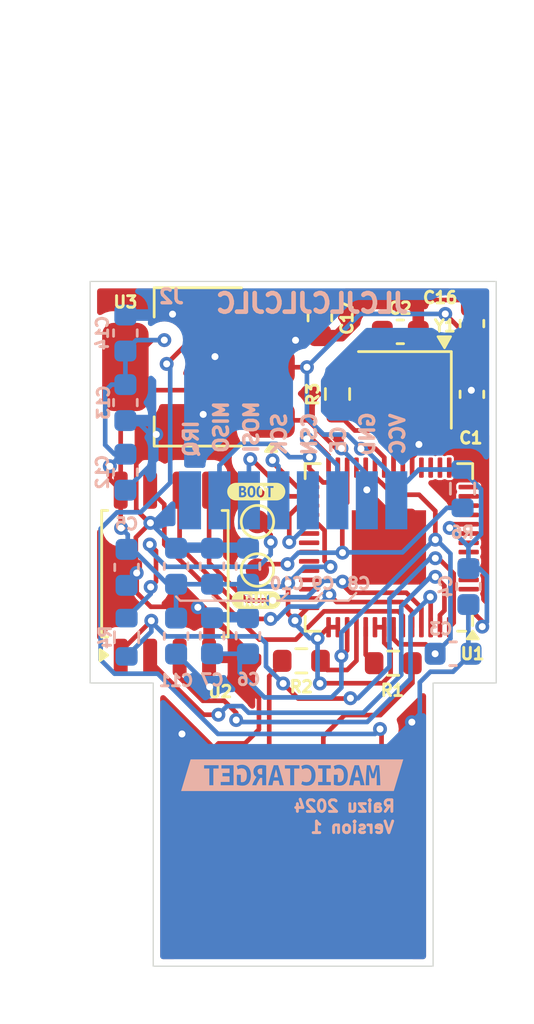
<source format=kicad_pcb>
(kicad_pcb (version 20240108) (generator "pcbnew") (generator_version "8.0")
  (layers (0 "F.Cu" signal) (31 "B.Cu" signal) (34 "B.Paste" user) (35 "F.Paste" user) (36 "B.SilkS" user "B.Silkscreen") (37 "F.SilkS" user "F.Silkscreen") (38 "B.Mask" user) (39 "F.Mask" user) (44 "Edge.Cuts" user))
  (net 0 "")
  (net 1 "GND")
  (net 2 "/XIN")
  (net 3 "Net-(C2-Pad2)")
  (net 4 "+1V1")
  (net 5 "+3V3")
  (net 6 "VBUS")
  (net 7 "/USB_D-")
  (net 8 "/RUN")
  (net 9 "/USB_D+")
  (net 10 "/~{USB_BOOT}")
  (net 11 "/RF_CE")
  (net 12 "/RF_SCK")
  (net 13 "/RF_MOSI")
  (net 14 "/RF_CSN")
  (net 15 "/RF_MISO")
  (net 16 "/RF_IRQ")
  (net 17 "Net-(U1-USB_DP)")
  (net 18 "Net-(U1-USB_DM)")
  (net 19 "/XOUT")
  (net 20 "/QSPI_SS")
  (net 21 "/SWCLK")
  (net 22 "/SWD")
  (net 25 "/QSPI_SD1")
  (net 33 "/QSPI_SD2")
  (net 34 "/QSPI_SCLK")
  (net 40 "/QSPI_SD3")
  (net 41 "/QSPI_SD0")
  (net 42 "/I2C_SCL")
  (net 52 "/I2C_SDA")
  (footprint "Resistor_SMD:R_0603_1608Metric" (layer "F.Cu") (at 125.5242 147.765 -90)
    (property "Reference" "R3")
    (property "Value" "1K")
  )
  (footprint "Capacitor_SMD:C_0603_1608Metric" (layer "F.Cu") (at 124.7648 144.4752 -90)
    (property "Reference" "C17")
    (property "Value" "10uF")
  )
  (footprint "kibuzzard-66566A5E" (layer "F.Cu") (at 122.0216 156.6418)
    (property "Reference" "kibuzzard-66566A5E" (hide yes))
    (property "Value" "G***" (hide yes))
  )
  (footprint "Package_SO:SOIC-8_5.23x5.23mm_P1.27mm" (layer "F.Cu") (at 118.0846 155.5056 90)
    (property "Reference" "U2")
    (property "Value" "W25Q128JVS")
  )
  (footprint "Capacitor_SMD:C_0603_1608Metric" (layer "F.Cu") (at 131.318 144.7292 90)
    (property "Reference" "C16")
    (property "Value" "10uF")
  )
  (footprint "Capacitor_SMD:C_0603_1608Metric" (layer "F.Cu") (at 128.2296 145.0848 180)
    (property "Reference" "C2")
    (property "Value" "27pF")
  )
  (footprint "TestPoint:TestPoint_Pad_D1.0mm" (layer "F.Cu") (at 122.0724 153.2636)
    (property "Reference" "TP4" (hide yes))
    (property "Value" "TestPoint")
  )
  (footprint "Package_DFN_QFN:QFN-56-1EP_7x7mm_P0.4mm_EP3.2x3.2mm" (layer "F.Cu") (at 127.7385 154.372 180)
    (property "Reference" "U1")
    (property "Value" "RP2040")
  )
  (footprint "TestPoint:TestPoint_Pad_D1.0mm" (layer "F.Cu") (at 122.0724 155.3464)
    (property "Reference" "TP3" (hide yes))
    (property "Value" "TestPoint")
  )
  (footprint "Package_TO_SOT_SMD:SOT-223-3_TabPin2" (layer "F.Cu") (at 119.5324 146.5967 180)
    (property "Reference" "U3")
    (property "Value" "NCP1117-3.3_SOT223")
  )
  (footprint "Resistor_SMD:R_0603_1608Metric" (layer "F.Cu") (at 127.9266 159.3596)
    (property "Reference" "R1")
    (property "Value" "27")
  )
  (footprint "Resistor_SMD:R_0603_1608Metric" (layer "F.Cu") (at 123.9652 159.258)
    (property "Reference" "R2")
    (property "Value" "27")
  )
  (footprint "kibuzzard-66566A83" (layer "F.Cu") (at 122.0216 151.9682)
    (property "Reference" "kibuzzard-66566A83" (hide yes))
    (property "Value" "G***" (hide yes))
  )
  (footprint "Crystal:Crystal_SMD_3225-4Pin_3.2x2.5mm" (layer "F.Cu") (at 128.4276 147.5858 180)
    (property "Reference" "Y1")
    (property "Value" "Crystal_GND24")
  )
  (footprint "Capacitor_SMD:C_0603_1608Metric" (layer "F.Cu") (at 131.3154 147.7772 -90)
    (property "Reference" "C1")
    (property "Value" "27pF")
  )
  (footprint "Raizu:USB_EDGE" (layer "F.Cu") (at 123.7114 167.063)
    (property "Reference" "J3" (hide yes))
    (property "Value" "USB_A" (hide yes))
  )
  (footprint "Capacitor_SMD:C_0603_1608Metric" (layer "B.Cu") (at 118.5672 155.1816 90)
    (property "Reference" "C10")
    (property "Value" "100nF")
  )
  (footprint "Capacitor_SMD:C_0603_1608Metric" (layer "B.Cu") (at 116.3828 148.1328 -90)
    (property "Reference" "C13")
    (property "Value" "100nF")
  )
  (footprint "Capacitor_SMD:C_0603_1608Metric" (layer "B.Cu") (at 121.666 158.1788 -90)
    (property "Reference" "C6")
    (property "Value" "100nF")
  )
  (footprint "Capacitor_SMD:C_0603_1608Metric" (layer "B.Cu") (at 131.1656 156.0576 90)
    (property "Reference" "C4")
    (property "Value" "1uF")
  )
  (footprint "Capacitor_SMD:C_0603_1608Metric" (layer "B.Cu") (at 130.5052 158.9532)
    (property "Reference" "C3")
    (property "Value" "1uF")
  )
  (footprint "Capacitor_SMD:C_0603_1608Metric" (layer "B.Cu") (at 116.3824 145.1356 90)
    (property "Reference" "C14")
    (property "Value" "100nF")
  )
  (footprint "Capacitor_SMD:C_0603_1608Metric" (layer "B.Cu") (at 118.5672 158.1918 -90)
    (property "Reference" "C11")
    (property "Value" "100nF")
  )
  (footprint "Raizu:NRF24L01-SMD" (layer "B.Cu") (at 123.3264 143.067 180)
    (property "Reference" "J2")
    (property "Value" "Conn_02x04_Odd_Even")
  )
  (footprint "Capacitor_SMD:C_0603_1608Metric" (layer "B.Cu") (at 120.1166 158.1788 90)
    (property "Reference" "C7")
    (property "Value" "100nF")
  )
  (footprint "Resistor_SMD:R_0603_1608Metric" (layer "B.Cu") (at 116.4336 158.242 -90)
    (property "Reference" "R4")
    (property "Value" "1K")
  )
  (footprint "kibuzzard-665666A1" (layer "B.Cu") (at 123.571 164.1856 180)
    (property "Reference" "kibuzzard-665666A1" (hide yes))
    (property "Value" "G***" (hide yes))
  )
  (footprint "Capacitor_SMD:C_0603_1608Metric" (layer "B.Cu") (at 121.666 155.1816 90)
    (property "Reference" "C8")
    (property "Value" "100nF")
  )
  (footprint "Resistor_SMD:R_0603_1608Metric" (layer "B.Cu") (at 130.9116 151.8412 -90)
    (property "Reference" "R6")
    (property "Value" "10K")
  )
  (footprint "Capacitor_SMD:C_0603_1608Metric" (layer "B.Cu") (at 116.4336 155.2318 -90)
    (property "Reference" "C5")
    (property "Value" "100nF")
  )
  (footprint "Capacitor_SMD:C_0603_1608Metric" (layer "B.Cu") (at 116.3824 151.13 -90)
    (property "Reference" "C12")
    (property "Value" "100nF")
  )
  (footprint "Capacitor_SMD:C_0603_1608Metric" (layer "B.Cu") (at 120.1166 155.1816 90)
    (property "Reference" "C9")
    (property "Value" "100nF")
  )
  (gr_line (start 120.142 156.4894) (end 120.3198 156.6672) (stroke (width 0.1)) (layer "B.SilkS"))
  (gr_line (start 118.745 156.6672) (end 118.8212 156.6672) (stroke (width 0.1)) (layer "B.SilkS"))
  (gr_line (start 124.8664 156.337) (end 124.5362 156.6672) (stroke (width 0.1)) (layer "B.SilkS"))
  (gr_line (start 125.9967 156.6672) (end 126.3269 156.337) (stroke (width 0.1)) (layer "B.SilkS"))
  (gr_line (start 118.5672 156.4894) (end 118.745 156.6672) (stroke (width 0.1)) (layer "B.SilkS"))
  (gr_line (start 118.7704 156.6672) (end 125.984 156.6672) (stroke (width 0.1)) (layer "B.SilkS"))
  (gr_line (start 123.3932 156.337) (end 123.0376 156.6672) (stroke (width 0.1)) (layer "B.SilkS"))
  (gr_line (start 121.6914 156.464) (end 121.8946 156.6672) (stroke (width 0.1)) (layer "B.SilkS"))
  (gr_poly (pts (xy 129.8448 145.288) (xy 130.135829 145.779437) (xy 130.4036 145.288)) (stroke (width 0.1)) (fill solid) (layer "F.SilkS"))
  (gr_line (start 117.5811 160.2125) (end 114.8616 160.2125) (stroke (width 0.05)) (layer "Edge.Cuts"))
  (gr_line (start 132.3612 142.9125) (end 114.8616 142.9125) (stroke (width 0.05)) (layer "Edge.Cuts"))
  (gr_line (start 117.5811 172.4125) (end 129.6417 172.4125) (stroke (width 0.05)) (layer "Edge.Cuts"))
  (gr_line (start 132.3612 160.2125) (end 132.3612 142.9125) (stroke (width 0.05)) (layer "Edge.Cuts"))
  (gr_line (start 117.5811 172.4125) (end 117.5811 160.2125) (stroke (width 0.05)) (layer "Edge.Cuts"))
  (gr_line (start 114.8616 160.2125) (end 114.8616 142.9125) (stroke (width 0.05)) (layer "Edge.Cuts"))
  (gr_line (start 129.6417 160.2125) (end 129.6417 172.4125) (stroke (width 0.05)) (layer "Edge.Cuts"))
  (gr_line (start 129.6417 160.2125) (end 132.3612 160.2125) (stroke (width 0.05)) (layer "Edge.Cuts"))
  (gr_text "Version 1" (at 124.29667 166.7256 -0) (layer "B.SilkS") (effects (font (size 0.5 0.5) (thickness 0.125) (bold yes)) (justify right bottom mirror)))
  (gr_text "JLCJLCJLCJLC" (at 128.6764 144.3228 0) (layer "B.SilkS") (effects (font (size 0.8 0.8) (thickness 0.2) (bold yes)) (justify left bottom mirror)))
  (gr_text "Raizu 2024" (at 128.0668 165.8112 -0) (layer "B.SilkS") (effects (font (size 0.5 0.5) (thickness 0.125) (bold yes)) (justify left bottom mirror)))
  (segment (start 117.478559 156.9308) (end 116.869262 156.321503) (width 0.2) (layer "F.Cu") (net 1))
  (segment (start 116.8496 150.7648) (end 116.8496 152.746152) (width 0.2) (layer "F.Cu") (net 1))
  (segment (start 124.7648 145.2502) (end 125.3106 145.2502) (width 0.2) (layer "F.Cu") (net 1))
  (segment (start 131.290509 147.6022) (end 131.290509 147.027091) (width 0.2) (layer "F.Cu") (net 1))
  (segment (start 119.8014 163.4086) (end 120.396 162.814) (width 0.2) (layer "F.Cu") (net 1))
  (segment (start 129.1276 148.4358) (end 129.5276 148.4358) (width 0.2) (layer "F.Cu") (net 1))
  (segment (start 128.3208 143.7132) (end 131.077 143.7132) (width 0.2) (layer "F.Cu") (net 1))
  (segment (start 129.0046 144.397) (end 128.3208 143.7132) (width 0.2) (layer "F.Cu") (net 1))
  (segment (start 121.644 160.379) (end 120.015 160.379) (width 0.2) (layer "F.Cu") (net 1))
  (segment (start 124.2587 148.8967) (end 122.6824 148.8967) (width 0.2) (layer "F.Cu") (net 1))
  (segment (start 119.8014 167.513) (end 119.8014 163.3878) (width 0.2) (layer "F.Cu") (net 1))
  (segment (start 122.139 160.874) (end 121.644 160.379) (width 0.2) (layer "F.Cu") (net 1))
  (segment (start 129.5276 148.4358) (end 129.8818 148.4358) (width 0.2) (layer "F.Cu") (net 1))
  (segment (start 116.8496 152.746152) (end 117.417848 153.3144) (width 0.2) (layer "F.Cu") (net 1))
  (segment (start 119.9915 148.8967) (end 119.7356 148.6408) (width 0.2) (layer "F.Cu") (net 1))
  (segment (start 127.7385 152.8441) (end 126.7864 151.892) (width 0.2) (layer "F.Cu") (net 1))
  (segment (start 120.015 159.131) (end 119.9896 159.1056) (width 0.2) (layer "F.Cu") (net 1))
  (segment (start 125.471478 150.109478) (end 124.2587 148.8967) (width 0.2) (layer "F.Cu") (net 1))
  (segment (start 126.8476 143.7132) (end 128.3208 143.7132) (width 0.2) (layer "F.Cu") (net 1))
  (segment (start 119.8014 167.513) (end 119.8014 163.4086) (width 0.2) (layer "F.Cu") (net 1))
  (segment (start 120.015 160.379) (end 120.015 159.131) (width 0.2) (layer "F.Cu") (net 1))
  (segment (start 131.3154 146.725296) (end 131.3154 147.0022) (width 0.2) (layer "F.Cu") (net 1))
  (segment (start 129.032 149.9358) (end 129.032 150.2035) (width 0.2) (layer "F.Cu") (net 1))
  (segment (start 129.0046 145.0848) (end 129.0046 144.397) (width 0.2) (layer "F.Cu") (net 1))
  (segment (start 122.139 162.214) (end 122.139 160.874) (width 0.2) (layer "F.Cu") (net 1))
  (segment (start 129.032 150.2035) (end 128.7385 150.497) (width 0.2) (layer "F.Cu") (net 1))
  (segment (start 119.9896 159.1056) (end 119.9896 157.4546) (width 0.2) (layer "F.Cu") (net 1))
  (segment (start 124.7648 145.2502) (end 123.910887 145.2502) (width 0.2) (layer "F.Cu") (net 1))
  (segment (start 121.539 162.814) (end 122.139 162.214) (width 0.2) (layer "F.Cu") (net 1))
  (segment (start 125.3106 145.2502) (end 126.8476 143.7132) (width 0.2) (layer "F.Cu") (net 1))
  (segment (start 120.396 162.814) (end 121.539 162.814) (width 0.2) (layer "F.Cu") (net 1))
  (segment (start 116.869262 155.472973) (end 116.832035 155.435746) (width 0.2) (layer "F.Cu") (net 1))
  (segment (start 129.8818 148.4358) (end 131.3154 147.0022) (width 0.2) (layer "F.Cu") (net 1))
  (segment (start 122.6824 148.8967) (end 119.9915 148.8967) (width 0.2) (layer "F.Cu") (net 1))
  (segment (start 127.3276 146.7358) (end 127.4276 146.7358) (width 0.2) (layer "F.Cu") (net 1))
  (segment (start 131.077 143.7132) (end 131.318 143.9542) (width 0.2) (layer "F.Cu") (net 1))
  (segment (start 128.7385 150.497) (end 128.7385 150.9345) (width 0.2) (layer "F.Cu") (net 1))
  (segment (start 117.7132 149.5044) (end 117.7132 149.9012) (width 0.2) (layer "F.Cu") (net 1))
  (segment (start 119.9896 157.4546) (end 119.4658 156.9308) (width 0.2) (layer "F.Cu") (net 1))
  (segment (start 116.832035 153.941565) (end 117.4592 153.3144) (width 0.2) (layer "F.Cu") (net 1))
  (segment (start 131.290509 147.027091) (end 131.3154 147.0022) (width 0.2) (layer "F.Cu") (net 1))
  (segment (start 129.674904 145.0848) (end 131.3154 146.725296) (width 0.2) (layer "F.Cu") (net 1))
  (segment (start 127.7385 154.372) (end 127.7385 152.8441) (width 0.2) (layer "F.Cu") (net 1))
  (segment (start 123.910887 145.2502) (end 123.714388 145.446699) (width 0.2) (layer "F.Cu") (net 1))
  (segment (start 117.7132 149.9012) (end 116.8496 150.7648) (width 0.2) (layer "F.Cu") (net 1))
  (segment (start 116.832035 155.435746) (end 116.832035 153.941565) (width 0.2) (layer "F.Cu") (net 1))
  (segment (start 117.417848 153.3144) (end 117.4592 153.3144) (width 0.2) (layer "F.Cu") (net 1))
  (segment (start 129.0046 145.0848) (end 129.674904 145.0848) (width 0.2) (layer "F.Cu") (net 1))
  (segment (start 116.869262 156.321503) (end 116.869262 155.472973) (width 0.2) (layer "F.Cu") (net 1))
  (segment (start 127.4276 146.7358) (end 129.1276 148.4358) (width 0.2) (layer "F.Cu") (net 1))
  (segment (start 125.695015 150.109478) (end 125.471478 150.109478) (width 0.2) (layer "F.Cu") (net 1))
  (segment (start 119.4658 156.9308) (end 117.478559 156.9308) (width 0.2) (layer "F.Cu") (net 1))
  (segment (start 119.8014 163.3878) (end 118.8212 162.4076) (width 0.2) (layer "F.Cu") (net 1))
  (via (at 120.015 160.379) (size 0.6) (drill 0.3) (layers "F.Cu" "B.Cu") (net 1))
  (via (at 118.4148 144.3228) (size 0.6) (drill 0.3) (layers "F.Cu" "B.Cu") (net 1))
  (via (at 117.7132 149.5044) (size 0.6) (drill 0.3) (layers "F.Cu" "B.Cu") (net 1))
  (via (at 117.4592 153.3144) (size 0.6) (drill 0.3) (layers "F.Cu" "B.Cu") (net 1))
  (via (at 116.869262 155.472973) (size 0.6) (drill 0.3) (layers "F.Cu" "B.Cu") (net 1))
  (via (at 119.505565 156.952272) (size 0.6) (drill 0.3) (layers "F.Cu" "B.Cu") (net 1))
  (via (at 123.714388 145.446699) (size 0.6) (drill 0.3) (layers "F.Cu" "B.Cu") (net 1))
  (via (at 118.8212 162.4076) (size 0.6) (drill 0.3) (layers "F.Cu" "B.Cu") (net 1))
  (via (at 126.7864 151.892) (size 0.6) (drill 0.3) (layers "F.Cu" "B.Cu") (net 1))
  (via (at 129.032 149.9358) (size 0.6) (drill 0.3) (layers "F.Cu" "B.Cu") (net 1))
  (via (at 125.695015 150.109478) (size 0.6) (drill 0.3) (layers "F.Cu" "B.Cu") (net 1))
  (via (at 119.7356 148.6408) (size 0.6) (drill 0.3) (layers "F.Cu" "B.Cu") (net 1))
  (via (at 120.2436 146.1516) (size 0.6) (drill 0.3) (layers "F.Cu" "B.Cu") (net 1))
  (via (at 128.7272 161.8996) (size 0.6) (drill 0.3) (layers "F.Cu" "B.Cu") (net 1))
  (via (at 131.290509 147.6022) (size 0.6) (drill 0.3) (layers "F.Cu" "B.Cu") (net 1))
  (segment (start 116.869262 155.472973) (end 116.869262 155.571138) (width 0.2) (layer "B.Cu") (net 1))
  (segment (start 125.695015 150.109478) (end 125.695015 150.130691) (width 0.2) (layer "B.Cu") (net 1))
  (segment (start 126.715342 151.151018) (end 126.715342 151.963058) (width 0.2) (layer "B.Cu") (net 1))
  (segment (start 116.853 148.9078) (end 116.3828 148.9078) (width 0.2) (layer "B.Cu") (net 1))
  (segment (start 117.4496 149.5044) (end 116.853 148.9078) (width 0.2) (layer "B.Cu") (net 1))
  (segment (start 118.5672 158.9668) (end 118.6028 158.9668) (width 0.2) (layer "B.Cu") (net 1))
  (segment (start 131.1612 156.837) (end 131.1656 156.8326) (width 0.2) (layer "B.Cu") (net 1))
  (segment (start 121.666 154.4066) (end 118.5672 154.4066) (width 0.2) (layer "B.Cu") (net 1))
  (segment (start 118.4148 144.3228) (end 118.377 144.3606) (width 0.2) (layer "B.Cu") (net 1))
  (segment (start 118.5672 154.4066) (end 118.5514 154.4066) (width 0.2) (layer "B.Cu") (net 1))
  (segment (start 131.2802 158.9532) (end 130.5052 159.7282) (width 0.2) (layer "B.Cu") (net 1))
  (segment (start 119.3546 162.941) (end 118.8212 162.4076) (width 0.2) (layer "B.Cu") (net 1))
  (segment (start 127.6858 162.941) (end 119.3546 162.941) (width 0.2) (layer "B.Cu") (net 1))
  (segment (start 118.5672 158.9668) (end 118.5808 158.9668) (width 0.2) (layer "B.Cu") (net 1))
  (segment (start 118.6028 158.9668) (end 120.015 160.379) (width 0.2) (layer "B.Cu") (net 1))
  (segment (start 117.7132 150.5742) (end 116.3824 151.905) (width 0.2) (layer "B.Cu") (net 1))
  (segment (start 131.1612 158.8342) (end 131.1612 156.837) (width 0.2) (layer "B.Cu") (net 1))
  (segment (start 117.7132 149.5044) (end 117.4496 149.5044) (width 0.2) (layer "B.Cu") (net 1))
  (segment (start 117.4592 153.3144) (end 117.4592 153.425) (width 0.2) (layer "B.Cu") (net 1))
  (segment (start 121.666 157.4038) (end 120.1166 157.4038) (width 0.2) (layer "B.Cu") (net 1))
  (segment (start 117.7132 149.5044) (end 117.7132 150.5742) (width 0.2) (layer "B.Cu") (net 1))
  (segment (start 125.695015 150.130691) (end 126.715342 151.151018) (width 0.2) (layer "B.Cu") (net 1))
  (segment (start 129.07 161.5568) (end 127.6858 162.941) (width 0.2) (layer "B.Cu") (net 1))
  (segment (start 129.07 160.1852) (end 129.07 161.5568) (width 0.2) (layer "B.Cu") (net 1))
  (segment (start 129.527 159.7282) (end 129.07 160.1852) (width 0.2) (layer "B.Cu") (net 1))
  (segment (start 119.957093 157.4038) (end 119.505565 156.952272) (width 0.2) (layer "B.Cu") (net 1))
  (segment (start 119.997962 157.648838) (end 120.1166 157.5302) (width 0.2) (layer "B.Cu") (net 1))
  (segment (start 120.1166 157.4038) (end 119.957093 157.4038) (width 0.2) (layer "B.Cu") (net 1))
  (segment (start 131.290509 147.677291) (end 131.290509 147.6022) (width 0.2) (layer "B.Cu") (net 1))
  (segment (start 130.5052 159.7282) (end 129.527 159.7282) (width 0.2) (layer "B.Cu") (net 1))
  (segment (start 131.2802 158.9532) (end 131.1612 158.8342) (width 0.2) (layer "B.Cu") (net 1))
  (segment (start 118.377 144.3606) (end 116.3824 144.3606) (width 0.2) (layer "B.Cu") (net 1))
  (segment (start 118.5514 154.4066) (end 117.4592 153.3144) (width 0.2) (layer "B.Cu") (net 1))
  (segment (start 118.5808 158.9668) (end 118.618 159.004) (width 0.2) (layer "B.Cu") (net 1))
  (segment (start 129.032 149.9358) (end 131.290509 147.677291) (width 0.2) (layer "B.Cu") (net 1))
  (segment (start 116.869262 155.571138) (end 116.4336 156.0068) (width 0.2) (layer "B.Cu") (net 1))
  (segment (start 127.3276 148.961514) (end 127.3276 148.4358) (width 0.2) (layer "F.Cu") (net 2))
  (segment (start 128.3385 149.972414) (end 127.3276 148.961514) (width 0.2) (layer "F.Cu") (net 2))
  (segment (start 128.3385 150.9345) (end 128.3385 149.972414) (width 0.2) (layer "F.Cu") (net 2))
  (segment (start 131.3154 148.5522) (end 130.5318 149.3358) (width 0.2) (layer "F.Cu") (net 2))
  (segment (start 127.701886 149.3358) (end 127.3276 148.961514) (width 0.2) (layer "F.Cu") (net 2))
  (segment (start 130.5318 149.3358) (end 127.701886 149.3358) (width 0.2) (layer "F.Cu") (net 2))
  (segment (start 129.1056 146.7358) (end 129.5276 146.7358) (width 0.2) (layer "F.Cu") (net 3))
  (segment (start 127.0508 145.0848) (end 127.4546 145.0848) (width 0.2) (layer "F.Cu") (net 3))
  (segment (start 125.5242 146.94) (end 125.5242 146.6114) (width 0.2) (layer "F.Cu") (net 3))
  (segment (start 125.5242 146.6114) (end 127.0508 145.0848) (width 0.2) (layer "F.Cu") (net 3))
  (segment (start 127.4546 145.0848) (end 129.1056 146.7358) (width 0.2) (layer "F.Cu") (net 3))
  (segment (start 129.0384 152.1016) (end 127.9208 152.1016) (width 0.2) (layer "F.Cu") (net 4))
  (segment (start 127.9385 158.3169) (end 128.1684 158.5468) (width 0.2) (layer "F.Cu") (net 4))
  (segment (start 129.3238 158.5468) (end 129.7302 158.9532) (width 0.2) (layer "F.Cu") (net 4))
  (segment (start 129.738502 152.801702) (end 129.0384 152.1016) (width 0.2) (layer "F.Cu") (net 4))
  (segment (start 127.9385 157.8095) (end 127.9385 158.3169) (width 0.2) (layer "F.Cu") (net 4))
  (segment (start 127.9208 152.1016) (end 127.3912 151.572) (width 0.2) (layer "F.Cu") (net 4))
  (segment (start 127.1385 151.32694) (end 127.1385 150.9345) (width 0.2) (layer "F.Cu") (net 4))
  (segment (start 125.6902 159.0518) (end 125.9385 158.8035) (width 0.2) (layer "F.Cu") (net 4))
  (segment (start 129.738502 154.038397) (end 129.738502 152.801702) (width 0.2) (layer "F.Cu") (net 4))
  (segment (start 125.9385 158.8035) (end 125.9385 157.8095) (width 0.2) (layer "F.Cu") (net 4))
  (segment (start 127.38356 151.572) (end 127.1385 151.32694) (width 0.2) (layer "F.Cu") (net 4))
  (segment (start 127.3912 151.572) (end 127.38356 151.572) (width 0.2) (layer "F.Cu") (net 4))
  (segment (start 128.1684 158.5468) (end 129.3238 158.5468) (width 0.2) (layer "F.Cu") (net 4))
  (via (at 129.738502 154.038397) (size 0.6) (drill 0.3) (layers "F.Cu" "B.Cu") (net 4))
  (via (at 129.7302 158.9532) (size 0.6) (drill 0.3) (layers "F.Cu" "B.Cu") (net 4))
  (via (at 125.6902 159.0518) (size 0.6) (drill 0.3) (layers "F.Cu" "B.Cu") (net 4))
  (segment (start 120.1166 158.9538) (end 121.666 158.9538) (width 0.2) (layer "B.Cu") (net 4))
  (segment (start 125.6902 159.0518) (end 125.6902 158.038173) (width 0.2) (layer "B.Cu") (net 4))
  (segment (start 125.6902 159.0518) (end 125.6902 160.409929) (width 0.2) (layer "B.Cu") (net 4))
  (segment (start 130.3906 154.641969) (end 129.787028 154.038397) (width 0.2) (layer "B.Cu") (net 4))
  (segment (start 125.6902 160.409929) (end 125.267329 160.8328) (width 0.2) (layer "B.Cu") (net 4))
  (segment (start 122.3772 160.8328) (end 121.3104 159.766) (width 0.2) (layer "B.Cu") (net 4))
  (segment (start 129.744194 153.847739) (end 129.738502 153.853431) (width 0.2) (layer "B.Cu") (net 4))
  (segment (start 121.3104 159.766) (end 121.3104 158.877) (width 0.2) (layer "B.Cu") (net 4))
  (segment (start 130.3906 158.2928) (end 130.3906 154.641969) (width 0.2) (layer "B.Cu") (net 4))
  (segment (start 129.787028 154.038397) (end 129.738502 154.038397) (width 0.2) (layer "B.Cu") (net 4))
  (segment (start 125.267329 160.8328) (end 122.3772 160.8328) (width 0.2) (layer "B.Cu") (net 4))
  (segment (start 129.738502 153.853431) (end 129.738502 154.038397) (width 0.2) (layer "B.Cu") (net 4))
  (segment (start 129.7302 158.9532) (end 130.3906 158.2928) (width 0.2) (layer "B.Cu") (net 4))
  (segment (start 129.689976 154.038397) (end 129.738502 154.038397) (width 0.2) (layer "B.Cu") (net 4))
  (segment (start 125.6902 158.038173) (end 129.689976 154.038397) (width 0.2) (layer "B.Cu") (net 4))
  (segment (start 117.3824 147.5967) (end 121.6824 147.5967) (width 0.2) (layer "F.Cu") (net 5))
  (segment (start 124.69344 153.372) (end 124.301 153.372) (width 0.2) (layer "F.Cu") (net 5))
  (segment (start 127.4064 157.8095) (end 127.5385 157.8095) (width 0.2) (layer "F.Cu") (net 5))
  (segment (start 124.664427 158.283) (end 124.665 158.283) (width 0.2) (layer "F.Cu") (net 5))
  (segment (start 127.8128 158.756886) (end 127.5385 158.482586) (width 0.2) (layer "F.Cu") (net 5))
  (segment (start 115.7116 151.4376) (end 116.1796 151.9056) (width 0.2) (layer "F.Cu") (net 5))
  (segment (start 127.1385 157.8095) (end 127.4064 157.8095) (width 0.2) (layer "F.Cu") (net 5))
  (segment (start 122.6945 146.6088) (end 122.6824 146.5967) (width 0.2) (layer "F.Cu") (net 5))
  (segment (start 127.5385 158.482586) (end 127.5385 157.8095) (width 0.2) (layer "F.Cu") (net 5))
  (segment (start 130.357838 153.53201) (end 130.517848 153.372) (width 0.2) (layer "F.Cu") (net 5))
  (segment (start 116.1796 151.9056) (end 116.1796 147.2688) (width 0.2) (layer "F.Cu") (net 5))
  (segment (start 127.5385 150.9345) (end 127.5385 150.497) (width 0.2) (layer "F.Cu") (net 5))
  (segment (start 127.8128 159.8676) (end 127.8128 158.756886) (width 0.2) (layer "F.Cu") (net 5))
  (segment (start 127.161325 150.119825) (end 126.532678 150.119825) (width 0.2) (layer "F.Cu") (net 5))
  (segment (start 125.222 155.21) (end 124.968 154.956) (width 0.2) (layer "F.Cu") (net 5))
  (segment (start 124.206 146.6088) (end 122.6945 146.6088) (width 0.2) (layer "F.Cu") (net 5))
  (segment (start 131.318 145.5042) (end 131.318 145.463735) (width 0.2) (layer "F.Cu") (net 5))
  (segment (start 131.7612 157.7848) (end 131.7612 157.5572) (width 0.2) (layer "F.Cu") (net 5))
  (segment (start 124.665 158.283) (end 125.1385 157.8095) (width 0.2) (layer "F.Cu") (net 5))
  (segment (start 116.197465 153.535465) (end 116.1796 153.5176) (width 0.2) (layer "F.Cu") (net 5))
  (segment (start 123.692055 157.524855) (end 124.24491 156.972) (width 0.2) (layer "F.Cu") (net 5))
  (segment (start 125.5385 157.8095) (end 125.1385 157.8095) (width 0.2) (layer "F.Cu") (net 5))
  (segment (start 116.1796 153.5176) (end 116.1796 151.9056) (width 0.2) (layer "F.Cu") (net 5))
  (segment (start 121.6824 147.5967) (end 122.6824 146.5967) (width 0.2) (layer "F.Cu") (net 5))
  (segment (start 116.3824 146.5967) (end 117.5387 145.4404) (width 0.2) (layer "F.Cu") (net 5))
  (segment (start 131.318 145.463735) (end 130.167465 144.3132) (width 0.2) (layer "F.Cu") (net 5))
  (segment (start 123.393367 155.9148) (end 123.393367 157.226167) (width 0.2) (layer "F.Cu") (net 5))
  (segment (start 131.7612 157.5572) (end 131.176 156.972) (width 0.2) (layer "F.Cu") (net 5))
  (segment (start 124.7746 160.2232) (end 127.4572 160.2232) (width 0.2) (layer "F.Cu") (net 5))
  (segment (start 115.7116 150.876) (end 115.7116 151.4376) (width 0.2) (layer "F.Cu") (net 5))
  (segment (start 127.5385 150.497) (end 127.161325 150.119825) (width 0.2) (layer "F.Cu") (net 5))
  (segment (start 124.968 153.64656) (end 124.69344 153.372) (width 0.2) (layer "F.Cu") (net 5))
  (segment (start 122.6824 147.066) (end 122.6824 146.9132) (width 0.2) (layer "F.Cu") (net 5))
  (segment (start 124.7648 160.233) (end 124.7746 160.2232) (width 0.2) (layer "F.Cu") (net 5))
  (segment (start 124.968 154.956) (end 124.968 153.64656) (width 0.2) (layer "F.Cu") (net 5))
  (segment (start 116.3824 146.5967) (end 117.3824 147.5967) (width 0.2) (layer "F.Cu") (net 5))
  (segment (start 117.5387 145.4404) (end 118.0592 145.4404) (width 0.2) (layer "F.Cu") (net 5))
  (segment (start 130.517848 153.372) (end 131.176 153.372) (width 0.2) (layer "F.Cu") (net 5))
  (segment (start 127.4572 160.2232) (end 127.8128 159.8676) (width 0.2) (layer "F.Cu") (net 5))
  (segment (start 124.24491 156.972) (end 124.301 156.972) (width 0.2) (layer "F.Cu") (net 5))
  (segment (start 116.1796 147.2688) (end 116.3824 147.066) (width 0.2) (layer "F.Cu") (net 5))
  (segment (start 123.393367 157.226167) (end 123.692055 157.524855) (width 0.2) (layer "F.Cu") (net 5))
  (via (at 126.532678 150.119825) (size 0.6) (drill 0.3) (layers "F.Cu" "B.Cu") (net 5))
  (via (at 116.197465 153.535465) (size 0.6) (drill 0.3) (layers "F.Cu" "B.Cu") (net 5))
  (via (at 123.393367 155.9148) (size 0.6) (drill 0.3) (layers "F.Cu" "B.Cu") (net 5))
  (via (at 130.167465 144.3132) (size 0.6) (drill 0.3) (layers "F.Cu" "B.Cu") (net 5))
  (via (at 118.0592 145.4404) (size 0.6) (drill 0.3) (layers "F.Cu" "B.Cu") (net 5))
  (via (at 115.7116 150.876) (size 0.6) (drill 0.3) (layers "F.Cu" "B.Cu") (net 5))
  (via (at 131.7612 157.7848) (size 0.6) (drill 0.3) (layers "F.Cu" "B.Cu") (net 5))
  (via (at 124.7648 160.233) (size 0.6) (drill 0.3) (layers "F.Cu" "B.Cu") (net 5))
  (via (at 124.664427 158.283) (size 0.6) (drill 0.3) (layers "F.Cu" "B.Cu") (net 5))
  (via (at 130.357838 153.53201) (size 0.6) (drill 0.3) (layers "F.Cu" "B.Cu") (net 5))
  (via (at 123.692055 157.524855) (size 0.6) (drill 0.3) (layers "F.Cu" "B.Cu") (net 5))
  (via (at 124.206 146.6088) (size 0.6) (drill 0.3) (layers "F.Cu" "B.Cu") (net 5))
  (via (at 125.222 155.21) (size 0.6) (drill 0.3) (layers "F.Cu" "B.Cu") (net 5))
  (segment (start 118.201418 155.9566) (end 116.701618 154.4568) (width 0.2) (layer "B.Cu") (net 5))
  (segment (start 125.222 155.21) (end 124.098167 155.21) (width 0.2) (layer "B.Cu") (net 5))
  (segment (start 116.3828 147.3578) (end 116.3828 145.911) (width 0.2) (layer "B.Cu") (net 5))
  (segment (start 124.206 148.7932) (end 124.206 146.6088) (width 0.2) (layer "B.Cu") (net 5))
  (segment (start 118.0592 145.4404) (end 116.8526 145.4404) (width 0.2) (layer "B.Cu") (net 5))
  (segment (start 116.3828 145.911) (end 116.3824 145.9106) (width 0.2) (layer "B.Cu") (net 5))
  (segment (start 126.532678 150.119825) (end 126.701025 150.119825) (width 0.2) (layer "B.Cu") (net 5))
  (segment (start 115.5192 147.6248) (end 115.7862 147.3578) (width 0.2) (layer "B.Cu") (net 5))
  (segment (start 124.922278 149.509478) (end 124.206 148.7932) (width 0.2) (layer "B.Cu") (net 5))
  (segment (start 118.5672 157.4168) (end 118.5672 155.9566) (width 0.2) (layer "B.Cu") (net 5))
  (segment (start 115.9074 150.355) (end 115.5116 149.9592) (width 0.2) (layer "B.Cu") (net 5))
  (segment (start 116.701618 154.4568) (end 116.4336 154.4568) (width 0.2) (layer "B.Cu") (net 5))
  (segment (start 131.7112 151.8666) (end 130.8608 151.0162) (width 0.2) (layer "B.Cu") (net 5))
  (segment (start 121.6914 156.0576) (end 121.666 156.083) (width 0.2) (layer "B.Cu") (net 5))
  (segment (start 123.692055 157.524855) (end 123.692055 157.651855) (width 0.2) (layer "B.Cu") (net 5))
  (segment (start 116.8526 145.4404) (end 116.3824 145.9106) (width 0.2) (layer "B.Cu") (net 5))
  (segment (start 131.1656 155.2826) (end 131.6406 155.2826) (width 0.2) (layer "B.Cu") (net 5))
  (segment (start 131.7112 153.794172) (end 131.7112 151.8666) (width 0.2) (layer "B.Cu") (net 5))
  (segment (start 124.098167 155.21) (end 123.393367 155.9148) (width 0.2) (layer "B.Cu") (net 5))
  (segment (start 131.1656 155.2826) (end 131.1656 154.339772) (width 0.2) (layer "B.Cu") (net 5))
  (segment (start 130.167465 144.3132) (end 126.5016 144.3132) (width 0.2) (layer "B.Cu") (net 5))
  (segment (start 115.7862 147.3578) (end 116.3828 147.3578) (width 0.2) (layer "B.Cu") (net 5))
  (segment (start 124.664427 160.132627) (end 124.664427 158.283) (width 0.2) (layer "B.Cu") (net 5))
  (segment (start 124.3232 158.283) (end 124.664427 158.283) (width 0.2) (layer "B.Cu") (net 5))
  (segment (start 116.4844 153.8224) (end 116.4844 154.239582) (width 0.2) (layer "B.Cu") (net 5))
  (segment (start 116.3824 150.355) (end 116.2326 150.355) (width 0.2) (layer "B.Cu") (net 5))
  (segment (start 131.6406 155.2826) (end 131.9612 155.6032) (width 0.2) (layer "B.Cu") (net 5))
  (segment (start 128.0564 151.4752) (end 128.0564 151.892) (width 0.2) (layer "B.Cu") (net 5))
  (segment (start 126.701025 150.119825) (end 128.0564 151.4752) (width 0.2) (layer "B.Cu") (net 5))
  (segment (start 116.197465 153.535465) (end 116.4844 153.8224) (width 0.2) (layer "B.Cu") (net 5))
  (segment (start 116.2326 150.355) (end 115.7116 150.876) (width 0.2) (layer "B.Cu") (net 5))
  (segment (start 130.357838 153.53201) (end 131.1656 154.339772) (width 0.2) (layer "B.Cu") (net 5))
  (segment (start 115.5116 149.9592) (end 115.5116 147.6248) (width 0.2) (layer "B.Cu") (net 5))
  (segment (start 131.9612 155.6032) (end 131.9612 157.5848) (width 0.2) (layer "B.Cu") (net 5))
  (segment (start 123.692055 157.651855) (end 124.3232 158.283) (width 0.2) (layer "B.Cu") (net 5))
  (segment (start 129.0338 151.0162) (end 128.0564 151.9936) (width 0.2) (layer "B.Cu") (net 5))
  (segment (start 126.532678 150.119825) (end 126.532678 150.098612) (width 0.2) (layer "B.Cu") (net 5))
  (segment (start 123.393367 155.9148) (end 123.250567 156.0576) (width 0.2) (layer "B.Cu") (net 5))
  (segment (start 126.532678 150.098612) (end 125.943544 149.509478) (width 0.2) (layer "B.Cu") (net 5))
  (segment (start 130.9116 151.0162) (end 129.0338 151.0162) (width 0.2) (layer "B.Cu") (net 5))
  (segment (start 126.5016 144.3132) (end 124.206 146.6088) (width 0.2) (layer "B.Cu") (net 5))
  (segment (start 131.1656 154.339772) (end 131.7112 153.794172) (width 0.2) (layer "B.Cu") (net 5))
  (segment (start 118.5672 155.9566) (end 121.666 155.9566) (width 0.2) (layer "B.Cu") (net 5))
  (segment (start 118.5672 155.9566) (end 118.201418 155.9566) (width 0.2) (layer "B.Cu") (net 5))
  (segment (start 131.9612 157.5848) (end 131.7612 157.7848) (width 0.2) (layer "B.Cu") (net 5))
  (segment (start 116.3824 150.355) (end 115.9074 150.355) (width 0.2) (layer "B.Cu") (net 5))
  (segment (start 125.943544 149.509478) (end 124.922278 149.509478) (width 0.2) (layer "B.Cu") (net 5))
  (segment (start 115.5116 147.6248) (end 115.5192 147.6248) (width 0.2) (layer "B.Cu") (net 5))
  (segment (start 124.7648 160.233) (end 124.664427 160.132627) (width 0.2) (layer "B.Cu") (net 5))
  (segment (start 123.250567 156.0576) (end 121.6914 156.0576) (width 0.2) (layer "B.Cu") (net 5))
  (segment (start 118.327818 156.083) (end 118.5672 156.083) (width 0.2) (layer "B.Cu") (net 5))
  (segment (start 123.2789 143.7002) (end 122.6824 144.2967) (width 0.2) (layer "F.Cu") (net 6))
  (segment (start 119.8608 144.766) (end 118.1608 146.466) (width 0.2) (layer "F.Cu") (net 6))
  (segment (start 123.1002 144.3482) (end 122.6824 144.766) (width 0.2) (layer "F.Cu") (net 6))
  (segment (start 127.4214 162.2606) (end 127.4214 167.513) (width 0.2) (layer "F.Cu") (net 6))
  (segment (start 127.3556 162.1948) (end 127.4214 162.2606) (width 0.2) (layer "F.Cu") (net 6))
  (segment (start 122.6824 144.766) (end 119.8608 144.766) (width 0.2) (layer "F.Cu") (net 6))
  (segment (start 124.7648 143.7002) (end 123.2789 143.7002) (width 0.2) (layer "F.Cu") (net 6))
  (via (at 127.3556 162.1948) (size 0.6) (drill 0.3) (layers "F.Cu" "B.Cu") (net 6))
  (via (at 118.1608 146.466) (size 0.6) (drill 0.3) (layers "F.Cu" "B.Cu") (net 6))
  (segment (start 115.316 159.213248) (end 115.316 153.5684) (width 0.2) (layer "B.Cu") (net 6))
  (segment (start 117.7755 159.8125) (end 115.915252 159.8125) (width 0.2) (layer "B.Cu") (net 6))
  (segment (start 118.3132 151.5872) (end 118.3132 146.6184) (width 0.2) (layer "B.Cu") (net 6))
  (segment (start 117.0432 152.8572) (end 118.3132 151.5872) (width 0.2) (layer "B.Cu") (net 6))
  (segment (start 127.1428 162.4076) (end 120.3706 162.4076) (width 0.2) (layer "B.Cu") (net 6))
  (segment (start 127.3556 162.1948) (end 127.1428 162.4076) (width 0.2) (layer "B.Cu") (net 6))
  (segment (start 115.915252 159.8125) (end 115.316 159.213248) (width 0.2) (layer "B.Cu") (net 6))
  (segment (start 118.3132 146.6184) (end 118.1608 146.466) (width 0.2) (layer "B.Cu") (net 6))
  (segment (start 116.0272 152.8572) (end 117.0432 152.8572) (width 0.2) (layer "B.Cu") (net 6))
  (segment (start 115.316 153.5684) (end 116.0272 152.8572) (width 0.2) (layer "B.Cu") (net 6))
  (segment (start 120.3706 162.4076) (end 117.7755 159.8125) (width 0.2) (layer "B.Cu") (net 6))
  (segment (start 123.1402 159.3596) (end 122.5804 159.9194) (width 0.2) (layer "F.Cu") (net 7))
  (segment (start 122.5804 166.994) (end 122.3114 167.263) (width 0.2) (layer "F.Cu") (net 7))
  (segment (start 122.5804 159.9194) (end 122.5804 166.994) (width 0.2) (layer "F.Cu") (net 7))
  (segment (start 125.738501 154.599073) (end 125.73 154.590572) (width 0.2) (layer "F.Cu") (net 8))
  (segment (start 125.73 154.590572) (end 125.73 152.654) (width 0.2) (layer "F.Cu") (net 8))
  (segment (start 123.367551 155.092087) (end 122.326713 155.092087) (width 0.2) (layer "F.Cu") (net 8))
  (segment (start 125.9385 152.4455) (end 125.9385 150.9345) (width 0.2) (layer "F.Cu") (net 8))
  (segment (start 125.73 152.654) (end 125.9385 152.4455) (width 0.2) (layer "F.Cu") (net 8))
  (segment (start 122.0724 155.3464) (end 122.174 155.3464) (width 0.2) (layer "F.Cu") (net 8))
  (segment (start 122.326713 155.092087) (end 122.0724 155.3464) (width 0.2) (layer "F.Cu") (net 8))
  (via (at 123.367551 155.092087) (size 0.6) (drill 0.3) (layers "F.Cu" "B.Cu") (net 8))
  (via (at 125.738501 154.599073) (size 0.6) (drill 0.3) (layers "F.Cu" "B.Cu") (net 8))
  (segment (start 123.837058 154.599073) (end 125.738501 154.599073) (width 0.2) (layer "B.Cu") (net 8))
  (segment (start 130.239 152.6662) (end 130.9116 152.6662) (width 0.2) (layer "B.Cu") (net 8))
  (segment (start 128.3208 154.5844) (end 130.239 152.6662) (width 0.2) (layer "B.Cu") (net 8))
  (segment (start 125.753174 154.5844) (end 128.3208 154.5844) (width 0.2) (layer "B.Cu") (net 8))
  (segment (start 123.367551 155.092087) (end 123.367551 155.06858) (width 0.2) (layer "B.Cu") (net 8))
  (segment (start 123.367551 155.06858) (end 123.837058 154.599073) (width 0.2) (layer "B.Cu") (net 8))
  (segment (start 125.738501 154.599073) (end 125.753174 154.5844) (width 0.2) (layer "B.Cu") (net 8))
  (segment (start 124.9114 162.515) (end 124.9114 167.263) (width 0.2) (layer "F.Cu") (net 9))
  (segment (start 125.8316 161.5948) (end 124.9114 162.515) (width 0.2) (layer "F.Cu") (net 9))
  (segment (start 128.7516 159.3596) (end 128.7516 160.213871) (width 0.2) (layer "F.Cu") (net 9))
  (segment (start 128.7516 160.213871) (end 127.370671 161.5948) (width 0.2) (layer "F.Cu") (net 9))
  (segment (start 127.370671 161.5948) (end 125.8316 161.5948) (width 0.2) (layer "F.Cu") (net 9))
  (segment (start 117.472244 156.075956) (end 117.701535 155.846665) (width 0.2) (layer "F.Cu") (net 10))
  (segment (start 117.701535 154.515865) (end 117.432035 154.246365) (width 0.2) (layer "F.Cu") (net 10))
  (segment (start 122.643997 154.143602) (end 122.643997 153.835197) (width 0.2) (layer "F.Cu") (net 10))
  (segment (start 117.701535 155.846665) (end 117.701535 154.515865) (width 0.2) (layer "F.Cu") (net 10))
  (segment (start 122.643997 153.835197) (end 122.0724 153.2636) (width 0.2) (layer "F.Cu") (net 10))
  (via (at 122.643997 154.143602) (size 0.6) (drill 0.3) (layers "F.Cu" "B.Cu") (net 10))
  (via (at 117.432035 154.246365) (size 0.6) (drill 0.3) (layers "F.Cu" "B.Cu") (net 10))
  (via (at 117.472244 156.075956) (size 0.6) (drill 0.3) (layers "F.Cu" "B.Cu") (net 10))
  (segment (start 117.432035 154.246365) (end 117.432035 154.495131) (width 0.2) (layer "B.Cu") (net 10))
  (segment (start 117.432035 154.495131) (end 118.143504 155.2066) (width 0.2) (layer "B.Cu") (net 10))
  (segment (start 118.143504 155.2066) (end 122.1106 155.2066) (width 0.2) (layer "B.Cu") (net 10))
  (segment (start 117.472244 156.378356) (end 116.4336 157.417) (width 0.2) (layer "B.Cu") (net 10))
  (segment (start 122.643997 154.673203) (end 122.643997 154.143602) (width 0.2) (layer "B.Cu") (net 10))
  (segment (start 117.472244 156.075956) (end 117.472244 156.378356) (width 0.2) (layer "B.Cu") (net 10))
  (segment (start 122.1106 155.2066) (end 122.643997 154.673203) (width 0.2) (layer "B.Cu") (net 10))
  (segment (start 124.419283 149.692283) (end 125.1385 150.4115) (width 0.2) (layer "F.Cu") (net 11))
  (segment (start 124.199992 149.692283) (end 124.419283 149.692283) (width 0.2) (layer "F.Cu") (net 11))
  (segment (start 125.1385 150.4115) (end 125.1385 150.9345) (width 0.2) (layer "F.Cu") (net 11))
  (via (at 124.199992 149.692283) (size 0.6) (drill 0.3) (layers "F.Cu" "B.Cu") (net 11))
  (segment (start 124.199992 149.692283) (end 124.391425 149.883716) (width 0.2) (layer "B.Cu") (net 11))
  (segment (start 125.5164 150.834815) (end 125.5164 151.9936) (width 0.2) (layer "B.Cu") (net 11))
  (segment (start 124.391425 149.883716) (end 124.565301 149.883716) (width 0.2) (layer "B.Cu") (net 11))
  (segment (start 124.565301 149.883716) (end 125.5164 150.834815) (width 0.2) (layer "B.Cu") (net 11))
  (segment (start 123.7916 151.772) (end 124.301 151.772) (width 0.2) (layer "F.Cu") (net 12))
  (segment (start 122.722127 150.702527) (end 123.7916 151.772) (width 0.2) (layer "F.Cu") (net 12))
  (segment (start 122.722127 150.616) (end 122.722127 150.702527) (width 0.2) (layer "F.Cu") (net 12))
  (via (at 122.722127 150.616) (size 0.6) (drill 0.3) (layers "F.Cu" "B.Cu") (net 12))
  (segment (start 122.9764 150.870273) (end 122.722127 150.616) (width 0.2) (layer "B.Cu") (net 12))
  (segment (start 122.9764 151.892) (end 122.9764 150.870273) (width 0.2) (layer "B.Cu") (net 12))
  (segment (start 123.4296 152.172) (end 124.301 152.172) (width 0.2) (layer "F.Cu") (net 13))
  (segment (start 121.827644 150.570044) (end 123.4296 152.172) (width 0.2) (layer "F.Cu") (net 13))
  (segment (start 121.76429 150.570044) (end 121.827644 150.570044) (width 0.2) (layer "F.Cu") (net 13))
  (via (at 121.76429 150.570044) (size 0.6) (drill 0.3) (layers "F.Cu" "B.Cu") (net 13))
  (segment (start 121.76429 150.570044) (end 121.7064 150.627934) (width 0.2) (layer "B.Cu") (net 13))
  (segment (start 121.7064 150.627934) (end 121.7064 151.9936) (width 0.2) (layer "B.Cu") (net 13))
  (segment (start 123.8635 152.572) (end 124.301 152.572) (width 0.2) (layer "F.Cu") (net 14))
  (segment (start 123.444 154.143602) (end 123.444 152.9915) (width 0.2) (layer "F.Cu") (net 14))
  (segment (start 123.444 152.9915) (end 123.8635 152.572) (width 0.2) (layer "F.Cu") (net 14))
  (via (at 123.444 154.143602) (size 0.6) (drill 0.3) (layers "F.Cu" "B.Cu") (net 14))
  (segment (start 124.2464 153.3986) (end 124.2464 151.9936) (width 0.2) (layer "B.Cu") (net 14))
  (segment (start 123.501398 154.143602) (end 124.2464 153.3986) (width 0.2) (layer "B.Cu") (net 14))
  (segment (start 123.444 154.143602) (end 123.501398 154.143602) (width 0.2) (layer "B.Cu") (net 14))
  (segment (start 125.5385 151.3723) (end 125.5385 150.9345) (width 0.2) (layer "F.Cu") (net 15))
  (segment (start 125.3388 151.572) (end 125.5385 151.3723) (width 0.2) (layer "F.Cu") (net 15))
  (segment (start 124.3076 150.492888) (end 124.3076 150.9776) (width 0.2) (layer "F.Cu") (net 15))
  (segment (start 124.3076 150.9776) (end 124.902 151.572) (width 0.2) (layer "F.Cu") (net 15))
  (segment (start 124.316772 150.483716) (end 124.3076 150.492888) (width 0.2) (layer "F.Cu") (net 15))
  (segment (start 124.902 151.572) (end 125.3388 151.572) (width 0.2) (layer "F.Cu") (net 15))
  (via (at 124.316772 150.483716) (size 0.6) (drill 0.3) (layers "F.Cu" "B.Cu") (net 15))
  (segment (start 123.458116 150.483716) (end 122.8852 149.9108) (width 0.2) (layer "B.Cu") (net 15))
  (segment (start 124.316772 150.483716) (end 123.458116 150.483716) (width 0.2) (layer "B.Cu") (net 15))
  (segment (start 122.8852 149.9108) (end 121.3612 149.9108) (width 0.2) (layer "B.Cu") (net 15))
  (segment (start 121.3612 149.9108) (end 120.4364 150.8356) (width 0.2) (layer "B.Cu") (net 15))
  (segment (start 120.4364 150.8356) (end 120.4364 151.9936) (width 0.2) (layer "B.Cu") (net 15))
  (segment (start 127.1016 159.3596) (end 126.7385 158.9965) (width 0.2) (layer "F.Cu") (net 17))
  (segment (start 126.7385 158.9965) (end 126.7385 157.8095) (width 0.2) (layer "F.Cu") (net 17))
  (segment (start 126.3385 157.8095) (end 126.3385 159.252029) (width 0.2) (layer "F.Cu") (net 18))
  (segment (start 125.938729 159.6518) (end 125.0824 159.6518) (width 0.2) (layer "F.Cu") (net 18))
  (segment (start 125.0824 159.6518) (end 124.7902 159.3596) (width 0.2) (layer "F.Cu") (net 18))
  (segment (start 126.3385 159.252029) (end 125.938729 159.6518) (width 0.2) (layer "F.Cu") (net 18))
  (segment (start 127.9385 150.1381) (end 127.9385 150.9345) (width 0.2) (layer "F.Cu") (net 19))
  (segment (start 127.1362 149.3358) (end 127.9385 150.1381) (width 0.2) (layer "F.Cu") (net 19))
  (segment (start 126.27 149.3358) (end 127.1362 149.3358) (width 0.2) (layer "F.Cu") (net 19))
  (segment (start 125.5242 148.59) (end 126.27 149.3358) (width 0.2) (layer "F.Cu") (net 19))
  (segment (start 117.5004 157.5308) (end 116.1796 158.8516) (width 0.2) (layer "F.Cu") (net 20))
  (segment (start 129.873131 154.8384) (end 130.5306 155.495869) (width 0.2) (layer "F.Cu") (net 20))
  (segment (start 130.5306 155.495869) (end 130.5306 157.6174) (width 0.2) (layer "F.Cu") (net 20))
  (segment (start 126.065058 160.8836) (end 123.831 160.8836) (width 0.2) (layer "F.Cu") (net 20))
  (segment (start 123.831 160.8836) (end 123.1804 160.233) (width 0.2) (layer "F.Cu") (net 20))
  (segment (start 126.080129 160.868529) (end 126.065058 160.8836) (width 0.2) (layer "F.Cu") (net 20))
  (segment (start 116.1796 158.8516) (end 116.1796 159.1056) (width 0.2) (layer "F.Cu") (net 20))
  (segment (start 130.5306 157.6174) (end 130.3385 157.8095) (width 0.2) (layer "F.Cu") (net 20))
  (segment (start 129.738502 154.8384) (end 129.873131 154.8384) (width 0.2) (layer "F.Cu") (net 20))
  (via (at 126.080129 160.868529) (size 0.6) (drill 0.3) (layers "F.Cu" "B.Cu") (net 20))
  (via (at 129.738502 154.8384) (size 0.6) (drill 0.3) (layers "F.Cu" "B.Cu") (net 20))
  (via (at 117.5004 157.5308) (size 0.6) (drill 0.3) (layers "F.Cu" "B.Cu") (net 20))
  (via (at 123.1804 160.233) (size 0.6) (drill 0.3) (layers "F.Cu" "B.Cu") (net 20))
  (segment (start 117.5004 158.0002) (end 117.5004 157.5308) (width 0.2) (layer "B.Cu") (net 20))
  (segment (start 122.441 159.4936) (end 122.441 158.505104) (width 0.2) (layer "B.Cu") (net 20))
  (segment (start 127.762 156.591) (end 129.5146 154.8384) (width 0.2) (layer "B.Cu") (net 20))
  (segment (start 129.5146 154.8384) (end 129.738502 154.8384) (width 0.2) (layer "B.Cu") (net 20))
  (segment (start 127.762 159.512) (end 127.762 156.591) (width 0.2) (layer "B.Cu") (net 20))
  (segment (start 122.139696 158.2038) (end 118.130504 158.2038) (width 0.2) (layer "B.Cu") (net 20))
  (segment (start 126.080129 160.868529) (end 126.405471 160.868529) (width 0.2) (layer "B.Cu") (net 20))
  (segment (start 116.4336 159.067) (end 117.5004 158.0002) (width 0.2) (layer "B.Cu") (net 20))
  (segment (start 123.1804 160.233) (end 122.441 159.4936) (width 0.2) (layer "B.Cu") (net 20))
  (segment (start 118.130504 158.2038) (end 117.5004 157.573696) (width 0.2) (layer "B.Cu") (net 20))
  (segment (start 117.5004 157.573696) (end 117.5004 157.5308) (width 0.2) (layer "B.Cu") (net 20))
  (segment (start 122.441 158.505104) (end 122.139696 158.2038) (width 0.2) (layer "B.Cu") (net 20))
  (segment (start 126.405471 160.868529) (end 127.762 159.512) (width 0.2) (layer "B.Cu") (net 20))
  (segment (start 119.752448 161.579) (end 117.4496 159.276152) (width 0.2) (layer "F.Cu") (net 25))
  (segment (start 120.390527 161.579) (end 119.752448 161.579) (width 0.2) (layer "F.Cu") (net 25))
  (segment (start 117.4496 159.276152) (end 117.4496 159.1056) (width 0.2) (layer "F.Cu") (net 25))
  (segment (start 130.1306 156.030501) (end 130.1306 157.0926) (width 0.2) (layer "F.Cu") (net 25))
  (segment (start 130.1306 157.0926) (end 129.9385 157.2847) (width 0.2) (layer "F.Cu") (net 25))
  (segment (start 129.738502 155.638403) (end 130.1306 156.030501) (width 0.2) (layer "F.Cu") (net 25))
  (segment (start 129.9385 157.2847) (end 129.9385 157.8095) (width 0.2) (layer "F.Cu") (net 25))
  (via (at 129.738502 155.638403) (size 0.6) (drill 0.3) (layers "F.Cu" "B.Cu") (net 25))
  (via (at 120.390527 161.579) (size 0.6) (drill 0.3) (layers "F.Cu" "B.Cu") (net 25))
  (segment (start 129.535322 155.638403) (end 129.738502 155.638403) (width 0.2) (layer "B.Cu") (net 25))
  (segment (start 128.27 159.860714) (end 128.27 156.903725) (width 0.2) (layer "B.Cu") (net 25))
  (segment (start 121.405702 161.2076) (end 121.691302 161.4932) (width 0.2) (layer "B.Cu") (net 25))
  (segment (start 121.691302 161.4932) (end 126.637514 161.4932) (width 0.2) (layer "B.Cu") (net 25))
  (segment (start 120.390527 161.579) (end 120.761927 161.2076) (width 0.2) (layer "B.Cu") (net 25))
  (segment (start 126.637514 161.4932) (end 128.27 159.860714) (width 0.2) (layer "B.Cu") (net 25))
  (segment (start 128.27 156.903725) (end 129.535322 155.638403) (width 0.2) (layer "B.Cu") (net 25))
  (segment (start 120.761927 161.2076) (end 121.405702 161.2076) (width 0.2) (layer "B.Cu") (net 25))
  (segment (start 120.639056 160.979) (end 119.718134 160.979) (width 0.2) (layer "F.Cu") (net 33))
  (segment (start 121.157173 161.497117) (end 120.639056 160.979) (width 0.2) (layer "F.Cu") (net 33))
  (segment (start 121.157173 161.8076) (end 121.157173 161.497117) (width 0.2) (layer "F.Cu") (net 33))
  (segment (start 129.518677 156.503577) (end 129.5385 156.5234) (width 0.2) (layer "F.Cu") (net 33))
  (segment (start 118.7196 159.980466) (end 118.7196 159.1056) (width 0.2) (layer "F.Cu") (net 33))
  (segment (start 129.5385 156.5234) (end 129.5385 157.8095) (width 0.2) (layer "F.Cu") (net 33))
  (segment (start 119.718134 160.979) (end 118.7196 159.980466) (width 0.2) (layer "F.Cu") (net 33))
  (via (at 129.518677 156.503577) (size 0.6) (drill 0.3) (layers "F.Cu" "B.Cu") (net 33))
  (via (at 121.157173 161.8076) (size 0.6) (drill 0.3) (layers "F.Cu" "B.Cu") (net 33))
  (segment (start 128.67 157.352254) (end 129.518677 156.503577) (width 0.2) (layer "B.Cu") (net 33))
  (segment (start 121.157173 161.8076) (end 121.242773 161.8932) (width 0.2) (layer "B.Cu") (net 33))
  (segment (start 126.8032 161.8932) (end 128.67 160.0264) (width 0.2) (layer "B.Cu") (net 33))
  (segment (start 121.242773 161.8932) (end 126.8032 161.8932) (width 0.2) (layer "B.Cu") (net 33))
  (segment (start 128.67 160.0264) (end 128.67 157.352254) (width 0.2) (layer "B.Cu") (net 33))
  (segment (start 121.834632 157.452318) (end 118.7196 154.337286) (width 0.2) (layer "F.Cu") (net 34))
  (segment (start 122.641 157.452318) (end 121.834632 157.452318) (width 0.2) (layer "F.Cu") (net 34))
  (segment (start 118.7196 154.337286) (end 118.7196 151.9056) (width 0.2) (layer "F.Cu") (net 34))
  (segment (start 128.662742 157.061857) (end 128.657772 157.061857) (width 0.2) (layer "F.Cu") (net 34))
  (segment (start 128.7385 157.8095) (end 128.7385 157.137615) (width 0.2) (layer "F.Cu") (net 34))
  (segment (start 128.320315 156.7244) (end 125.4856 156.7244) (width 0.2) (layer "F.Cu") (net 34))
  (segment (start 128.7385 157.137615) (end 128.662742 157.061857) (width 0.2) (layer "F.Cu") (net 34))
  (segment (start 125.4856 156.7244) (end 125.1712 156.41) (width 0.2) (layer "F.Cu") (net 34))
  (segment (start 128.657772 157.061857) (end 128.320315 156.7244) (width 0.2) (layer "F.Cu") (net 34))
  (via (at 125.1712 156.41) (size 0.6) (drill 0.3) (layers "F.Cu" "B.Cu") (net 34))
  (via (at 122.641 157.452318) (size 0.6) (drill 0.3) (layers "F.Cu" "B.Cu") (net 34))
  (segment (start 123.447181 156.9212) (end 124.66 156.9212) (width 0.2) (layer "B.Cu") (net 34))
  (segment (start 122.916063 157.452318) (end 123.447181 156.9212) (width 0.2) (layer "B.Cu") (net 34))
  (segment (start 122.641 157.452318) (end 122.916063 157.452318) (width 0.2) (layer "B.Cu") (net 34))
  (segment (start 124.66 156.9212) (end 125.1712 156.41) (width 0.2) (layer "B.Cu") (net 34))
  (segment (start 128.143 157.1244) (end 124.94104 157.1244) (width 0.2) (layer "F.Cu") (net 40))
  (segment (start 123.72184 158.3436) (end 122.160228 158.3436) (width 0.2) (layer "F.Cu") (net 40))
  (segment (start 128.3385 157.3199) (end 128.143 157.1244) (width 0.2) (layer "F.Cu") (net 40))
  (segment (start 118.0592 152.5152) (end 117.4496 151.9056) (width 0.2) (layer "F.Cu") (net 40))
  (segment (start 128.3385 157.8095) (end 128.3385 157.3199) (width 0.2) (layer "F.Cu") (net 40))
  (segment (start 124.94104 157.1244) (end 123.72184 158.3436) (width 0.2) (layer "F.Cu") (net 40))
  (segment (start 118.0592 154.242572) (end 118.0592 152.5152) (width 0.2) (layer "F.Cu") (net 40))
  (segment (start 122.160228 158.3436) (end 118.0592 154.242572) (width 0.2) (layer "F.Cu") (net 40))
  (segment (start 129.1385 156.971929) (end 128.490971 156.3244) (width 0.2) (layer "F.Cu") (net 41))
  (segment (start 125.738498 155.971998) (end 126.0909 156.3244) (width 0.2) (layer "F.Cu") (net 41))
  (segment (start 121.6056 156.6576) (end 119.9896 155.0416) (width 0.2) (layer "F.Cu") (net 41))
  (segment (start 122.7328 156.6576) (end 121.6056 156.6576) (width 0.2) (layer "F.Cu") (net 41))
  (segment (start 125.738498 155.845933) (end 125.738498 155.971998) (width 0.2) (layer "F.Cu") (net 41))
  (segment (start 119.9896 155.0416) (end 119.9896 151.9056) (width 0.2) (layer "F.Cu") (net 41))
  (segment (start 126.0909 156.3244) (end 128.486001 156.3244) (width 0.2) (layer "F.Cu") (net 41))
  (segment (start 129.1385 157.8095) (end 129.1385 156.971929) (width 0.2) (layer "F.Cu") (net 41))
  (via (at 125.738498 155.845933) (size 0.6) (drill 0.3) (layers "F.Cu" "B.Cu") (net 41))
  (via (at 122.7328 156.6576) (size 0.6) (drill 0.3) (layers "F.Cu" "B.Cu") (net 41))
  (segment (start 125.702565 155.81) (end 125.738498 155.845933) (width 0.2) (layer "B.Cu") (net 41))
  (segment (start 124.922671 155.81) (end 125.702565 155.81) (width 0.2) (layer "B.Cu") (net 41))
  (segment (start 122.7328 156.6576) (end 122.8756 156.5148) (width 0.2) (layer "B.Cu") (net 41))
  (segment (start 124.217871 156.5148) (end 124.922671 155.81) (width 0.2) (layer "B.Cu") (net 41))
  (segment (start 122.8756 156.5148) (end 124.217871 156.5148) (width 0.2) (layer "B.Cu") (net 41))
  (zone (net 1) (net_name "GND") (layers "F&B.Cu") (connect_pads (clearance 0.5)) (min_thickness 0.25) (fill yes (thermal_gap 0.5) (thermal_bridge_width 0.5))
    (polygon (pts (xy 114.8588 160.2486) (xy 117.602 160.2232) (xy 117.602 172.4152) (xy 129.6416 172.4152) (xy 129.6416 160.2232) (xy 132.3848 160.1978) (xy 132.3848 142.9004) (xy 114.8588 142.9512)))
  )
  (zone (net 0) (net_name "") (layers "F&B.Cu") (connect_pads (clearance 0)) (min_thickness 0.25)
    (keepout (tracks allowed) (vias allowed) (pads allowed) (copperpour not_allowed) (footprints allowed))
    (fill (thermal_gap 0.5) (thermal_bridge_width 0.5))
    (polygon (pts (xy 119.1514 161.8234) (xy 120.2436 162.9156) (xy 122.0978 162.8394) (xy 122.0978 161.8996)))
  )
  (zone (net 0) (net_name "") (layer "B.Cu") (connect_pads (clearance 0)) (min_thickness 0.25)
    (keepout (tracks allowed) (vias allowed) (pads allowed) (copperpour not_allowed) (footprints allowed))
    (fill (thermal_gap 0.5) (thermal_bridge_width 0.5))
    (polygon (pts (xy 127.7112 162.9664) (xy 129.4892 161.1884) (xy 129.3368 160.1724) (xy 127.7874 161.544)))
  )
)
</source>
